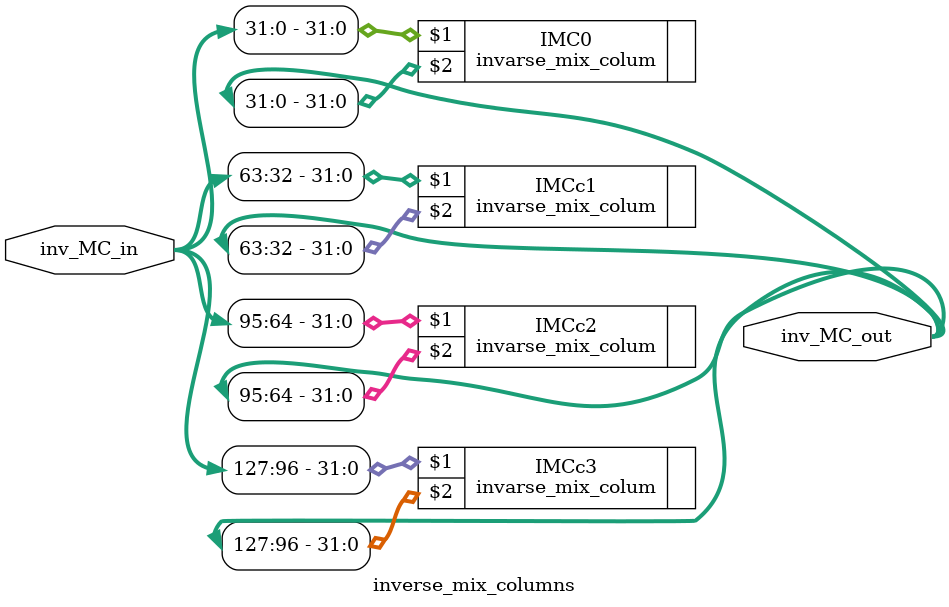
<source format=v>
`timescale 1ns / 1ps


module inverse_mix_columns(   
                             input [127:0] inv_MC_in,
                             output [127:0] inv_MC_out
                          );
  
invarse_mix_colum IMC0 (inv_MC_in[31:0],  inv_MC_out[31:0]);
invarse_mix_colum IMCc1 (inv_MC_in[63:32], inv_MC_out[63:32]);
invarse_mix_colum IMCc2 (inv_MC_in[95:64], inv_MC_out[95:64]);
invarse_mix_colum IMCc3 (inv_MC_in[127:96],inv_MC_out[127:96]);
    
    
endmodule



</source>
